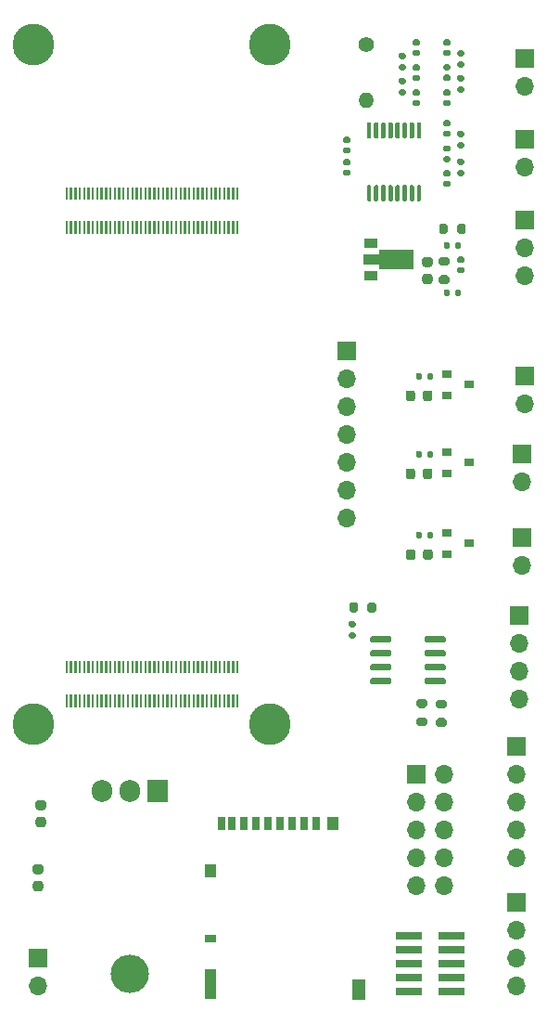
<source format=gbr>
%TF.GenerationSoftware,KiCad,Pcbnew,(5.1.9-0-10_14)*%
%TF.CreationDate,2021-11-19T16:31:04+01:00*%
%TF.ProjectId,Silviaduino,53696c76-6961-4647-9569-6e6f2e6b6963,rev?*%
%TF.SameCoordinates,Original*%
%TF.FileFunction,Soldermask,Top*%
%TF.FilePolarity,Negative*%
%FSLAX46Y46*%
G04 Gerber Fmt 4.6, Leading zero omitted, Abs format (unit mm)*
G04 Created by KiCad (PCBNEW (5.1.9-0-10_14)) date 2021-11-19 16:31:04*
%MOMM*%
%LPD*%
G01*
G04 APERTURE LIST*
%ADD10C,0.100000*%
%ADD11C,3.800000*%
%ADD12R,1.300000X0.900000*%
%ADD13O,1.905000X2.000000*%
%ADD14R,1.905000X2.000000*%
%ADD15O,3.500000X3.500000*%
%ADD16O,1.400000X1.400000*%
%ADD17C,1.400000*%
%ADD18R,0.900000X0.800000*%
%ADD19R,2.400000X0.740000*%
%ADD20R,1.300000X1.900000*%
%ADD21R,1.000000X2.800000*%
%ADD22R,1.000000X0.800000*%
%ADD23R,1.000000X1.200000*%
%ADD24R,0.700000X1.200000*%
%ADD25O,1.700000X1.700000*%
%ADD26R,1.700000X1.700000*%
G04 APERTURE END LIST*
%TO.C,R18*%
G36*
G01*
X170455000Y-63329000D02*
X169905000Y-63329000D01*
G75*
G02*
X169705000Y-63129000I0J200000D01*
G01*
X169705000Y-62729000D01*
G75*
G02*
X169905000Y-62529000I200000J0D01*
G01*
X170455000Y-62529000D01*
G75*
G02*
X170655000Y-62729000I0J-200000D01*
G01*
X170655000Y-63129000D01*
G75*
G02*
X170455000Y-63329000I-200000J0D01*
G01*
G37*
G36*
G01*
X170455000Y-64979000D02*
X169905000Y-64979000D01*
G75*
G02*
X169705000Y-64779000I0J200000D01*
G01*
X169705000Y-64379000D01*
G75*
G02*
X169905000Y-64179000I200000J0D01*
G01*
X170455000Y-64179000D01*
G75*
G02*
X170655000Y-64379000I0J-200000D01*
G01*
X170655000Y-64779000D01*
G75*
G02*
X170455000Y-64979000I-200000J0D01*
G01*
G37*
%TD*%
%TO.C,R17*%
G36*
G01*
X170700000Y-65601000D02*
X170700000Y-65971000D01*
G75*
G02*
X170565000Y-66106000I-135000J0D01*
G01*
X170295000Y-66106000D01*
G75*
G02*
X170160000Y-65971000I0J135000D01*
G01*
X170160000Y-65601000D01*
G75*
G02*
X170295000Y-65466000I135000J0D01*
G01*
X170565000Y-65466000D01*
G75*
G02*
X170700000Y-65601000I0J-135000D01*
G01*
G37*
G36*
G01*
X171720000Y-65601000D02*
X171720000Y-65971000D01*
G75*
G02*
X171585000Y-66106000I-135000J0D01*
G01*
X171315000Y-66106000D01*
G75*
G02*
X171180000Y-65971000I0J135000D01*
G01*
X171180000Y-65601000D01*
G75*
G02*
X171315000Y-65466000I135000J0D01*
G01*
X171585000Y-65466000D01*
G75*
G02*
X171720000Y-65601000I0J-135000D01*
G01*
G37*
%TD*%
%TO.C,C15*%
G36*
G01*
X171874000Y-63046000D02*
X171534000Y-63046000D01*
G75*
G02*
X171394000Y-62906000I0J140000D01*
G01*
X171394000Y-62626000D01*
G75*
G02*
X171534000Y-62486000I140000J0D01*
G01*
X171874000Y-62486000D01*
G75*
G02*
X172014000Y-62626000I0J-140000D01*
G01*
X172014000Y-62906000D01*
G75*
G02*
X171874000Y-63046000I-140000J0D01*
G01*
G37*
G36*
G01*
X171874000Y-64006000D02*
X171534000Y-64006000D01*
G75*
G02*
X171394000Y-63866000I0J140000D01*
G01*
X171394000Y-63586000D01*
G75*
G02*
X171534000Y-63446000I140000J0D01*
G01*
X171874000Y-63446000D01*
G75*
G02*
X172014000Y-63586000I0J-140000D01*
G01*
X172014000Y-63866000D01*
G75*
G02*
X171874000Y-64006000I-140000J0D01*
G01*
G37*
%TD*%
%TO.C,R9*%
G36*
G01*
X170201000Y-103715000D02*
X169651000Y-103715000D01*
G75*
G02*
X169451000Y-103515000I0J200000D01*
G01*
X169451000Y-103115000D01*
G75*
G02*
X169651000Y-102915000I200000J0D01*
G01*
X170201000Y-102915000D01*
G75*
G02*
X170401000Y-103115000I0J-200000D01*
G01*
X170401000Y-103515000D01*
G75*
G02*
X170201000Y-103715000I-200000J0D01*
G01*
G37*
G36*
G01*
X170201000Y-105365000D02*
X169651000Y-105365000D01*
G75*
G02*
X169451000Y-105165000I0J200000D01*
G01*
X169451000Y-104765000D01*
G75*
G02*
X169651000Y-104565000I200000J0D01*
G01*
X170201000Y-104565000D01*
G75*
G02*
X170401000Y-104765000I0J-200000D01*
G01*
X170401000Y-105165000D01*
G75*
G02*
X170201000Y-105365000I-200000J0D01*
G01*
G37*
%TD*%
%TO.C,R8*%
G36*
G01*
X167873000Y-104502000D02*
X168423000Y-104502000D01*
G75*
G02*
X168623000Y-104702000I0J-200000D01*
G01*
X168623000Y-105102000D01*
G75*
G02*
X168423000Y-105302000I-200000J0D01*
G01*
X167873000Y-105302000D01*
G75*
G02*
X167673000Y-105102000I0J200000D01*
G01*
X167673000Y-104702000D01*
G75*
G02*
X167873000Y-104502000I200000J0D01*
G01*
G37*
G36*
G01*
X167873000Y-102852000D02*
X168423000Y-102852000D01*
G75*
G02*
X168623000Y-103052000I0J-200000D01*
G01*
X168623000Y-103452000D01*
G75*
G02*
X168423000Y-103652000I-200000J0D01*
G01*
X167873000Y-103652000D01*
G75*
G02*
X167673000Y-103452000I0J200000D01*
G01*
X167673000Y-103052000D01*
G75*
G02*
X167873000Y-102852000I200000J0D01*
G01*
G37*
%TD*%
%TO.C,R6*%
G36*
G01*
X163176000Y-94763000D02*
X163176000Y-94213000D01*
G75*
G02*
X163376000Y-94013000I200000J0D01*
G01*
X163776000Y-94013000D01*
G75*
G02*
X163976000Y-94213000I0J-200000D01*
G01*
X163976000Y-94763000D01*
G75*
G02*
X163776000Y-94963000I-200000J0D01*
G01*
X163376000Y-94963000D01*
G75*
G02*
X163176000Y-94763000I0J200000D01*
G01*
G37*
G36*
G01*
X161526000Y-94763000D02*
X161526000Y-94213000D01*
G75*
G02*
X161726000Y-94013000I200000J0D01*
G01*
X162126000Y-94013000D01*
G75*
G02*
X162326000Y-94213000I0J-200000D01*
G01*
X162326000Y-94763000D01*
G75*
G02*
X162126000Y-94963000I-200000J0D01*
G01*
X161726000Y-94963000D01*
G75*
G02*
X161526000Y-94763000I0J200000D01*
G01*
G37*
%TD*%
%TO.C,R5*%
G36*
G01*
X171367000Y-60219000D02*
X171367000Y-59669000D01*
G75*
G02*
X171567000Y-59469000I200000J0D01*
G01*
X171967000Y-59469000D01*
G75*
G02*
X172167000Y-59669000I0J-200000D01*
G01*
X172167000Y-60219000D01*
G75*
G02*
X171967000Y-60419000I-200000J0D01*
G01*
X171567000Y-60419000D01*
G75*
G02*
X171367000Y-60219000I0J200000D01*
G01*
G37*
G36*
G01*
X169717000Y-60219000D02*
X169717000Y-59669000D01*
G75*
G02*
X169917000Y-59469000I200000J0D01*
G01*
X170317000Y-59469000D01*
G75*
G02*
X170517000Y-59669000I0J-200000D01*
G01*
X170517000Y-60219000D01*
G75*
G02*
X170317000Y-60419000I-200000J0D01*
G01*
X169917000Y-60419000D01*
G75*
G02*
X169717000Y-60219000I0J200000D01*
G01*
G37*
%TD*%
%TO.C,C4*%
G36*
G01*
X168906000Y-63429000D02*
X168406000Y-63429000D01*
G75*
G02*
X168181000Y-63204000I0J225000D01*
G01*
X168181000Y-62754000D01*
G75*
G02*
X168406000Y-62529000I225000J0D01*
G01*
X168906000Y-62529000D01*
G75*
G02*
X169131000Y-62754000I0J-225000D01*
G01*
X169131000Y-63204000D01*
G75*
G02*
X168906000Y-63429000I-225000J0D01*
G01*
G37*
G36*
G01*
X168906000Y-64979000D02*
X168406000Y-64979000D01*
G75*
G02*
X168181000Y-64754000I0J225000D01*
G01*
X168181000Y-64304000D01*
G75*
G02*
X168406000Y-64079000I225000J0D01*
G01*
X168906000Y-64079000D01*
G75*
G02*
X169131000Y-64304000I0J-225000D01*
G01*
X169131000Y-64754000D01*
G75*
G02*
X168906000Y-64979000I-225000J0D01*
G01*
G37*
%TD*%
%TO.C,C3*%
G36*
G01*
X133100000Y-113609000D02*
X133600000Y-113609000D01*
G75*
G02*
X133825000Y-113834000I0J-225000D01*
G01*
X133825000Y-114284000D01*
G75*
G02*
X133600000Y-114509000I-225000J0D01*
G01*
X133100000Y-114509000D01*
G75*
G02*
X132875000Y-114284000I0J225000D01*
G01*
X132875000Y-113834000D01*
G75*
G02*
X133100000Y-113609000I225000J0D01*
G01*
G37*
G36*
G01*
X133100000Y-112059000D02*
X133600000Y-112059000D01*
G75*
G02*
X133825000Y-112284000I0J-225000D01*
G01*
X133825000Y-112734000D01*
G75*
G02*
X133600000Y-112959000I-225000J0D01*
G01*
X133100000Y-112959000D01*
G75*
G02*
X132875000Y-112734000I0J225000D01*
G01*
X132875000Y-112284000D01*
G75*
G02*
X133100000Y-112059000I225000J0D01*
G01*
G37*
%TD*%
%TO.C,C2*%
G36*
G01*
X133346000Y-118801000D02*
X132846000Y-118801000D01*
G75*
G02*
X132621000Y-118576000I0J225000D01*
G01*
X132621000Y-118126000D01*
G75*
G02*
X132846000Y-117901000I225000J0D01*
G01*
X133346000Y-117901000D01*
G75*
G02*
X133571000Y-118126000I0J-225000D01*
G01*
X133571000Y-118576000D01*
G75*
G02*
X133346000Y-118801000I-225000J0D01*
G01*
G37*
G36*
G01*
X133346000Y-120351000D02*
X132846000Y-120351000D01*
G75*
G02*
X132621000Y-120126000I0J225000D01*
G01*
X132621000Y-119676000D01*
G75*
G02*
X132846000Y-119451000I225000J0D01*
G01*
X133346000Y-119451000D01*
G75*
G02*
X133571000Y-119676000I0J-225000D01*
G01*
X133571000Y-120126000D01*
G75*
G02*
X133346000Y-120351000I-225000J0D01*
G01*
G37*
%TD*%
%TO.C,U5*%
G36*
G01*
X163433000Y-51723000D02*
X163233000Y-51723000D01*
G75*
G02*
X163133000Y-51623000I0J100000D01*
G01*
X163133000Y-50348000D01*
G75*
G02*
X163233000Y-50248000I100000J0D01*
G01*
X163433000Y-50248000D01*
G75*
G02*
X163533000Y-50348000I0J-100000D01*
G01*
X163533000Y-51623000D01*
G75*
G02*
X163433000Y-51723000I-100000J0D01*
G01*
G37*
G36*
G01*
X164083000Y-51723000D02*
X163883000Y-51723000D01*
G75*
G02*
X163783000Y-51623000I0J100000D01*
G01*
X163783000Y-50348000D01*
G75*
G02*
X163883000Y-50248000I100000J0D01*
G01*
X164083000Y-50248000D01*
G75*
G02*
X164183000Y-50348000I0J-100000D01*
G01*
X164183000Y-51623000D01*
G75*
G02*
X164083000Y-51723000I-100000J0D01*
G01*
G37*
G36*
G01*
X164733000Y-51723000D02*
X164533000Y-51723000D01*
G75*
G02*
X164433000Y-51623000I0J100000D01*
G01*
X164433000Y-50348000D01*
G75*
G02*
X164533000Y-50248000I100000J0D01*
G01*
X164733000Y-50248000D01*
G75*
G02*
X164833000Y-50348000I0J-100000D01*
G01*
X164833000Y-51623000D01*
G75*
G02*
X164733000Y-51723000I-100000J0D01*
G01*
G37*
G36*
G01*
X165383000Y-51723000D02*
X165183000Y-51723000D01*
G75*
G02*
X165083000Y-51623000I0J100000D01*
G01*
X165083000Y-50348000D01*
G75*
G02*
X165183000Y-50248000I100000J0D01*
G01*
X165383000Y-50248000D01*
G75*
G02*
X165483000Y-50348000I0J-100000D01*
G01*
X165483000Y-51623000D01*
G75*
G02*
X165383000Y-51723000I-100000J0D01*
G01*
G37*
G36*
G01*
X166033000Y-51723000D02*
X165833000Y-51723000D01*
G75*
G02*
X165733000Y-51623000I0J100000D01*
G01*
X165733000Y-50348000D01*
G75*
G02*
X165833000Y-50248000I100000J0D01*
G01*
X166033000Y-50248000D01*
G75*
G02*
X166133000Y-50348000I0J-100000D01*
G01*
X166133000Y-51623000D01*
G75*
G02*
X166033000Y-51723000I-100000J0D01*
G01*
G37*
G36*
G01*
X166683000Y-51723000D02*
X166483000Y-51723000D01*
G75*
G02*
X166383000Y-51623000I0J100000D01*
G01*
X166383000Y-50348000D01*
G75*
G02*
X166483000Y-50248000I100000J0D01*
G01*
X166683000Y-50248000D01*
G75*
G02*
X166783000Y-50348000I0J-100000D01*
G01*
X166783000Y-51623000D01*
G75*
G02*
X166683000Y-51723000I-100000J0D01*
G01*
G37*
G36*
G01*
X167333000Y-51723000D02*
X167133000Y-51723000D01*
G75*
G02*
X167033000Y-51623000I0J100000D01*
G01*
X167033000Y-50348000D01*
G75*
G02*
X167133000Y-50248000I100000J0D01*
G01*
X167333000Y-50248000D01*
G75*
G02*
X167433000Y-50348000I0J-100000D01*
G01*
X167433000Y-51623000D01*
G75*
G02*
X167333000Y-51723000I-100000J0D01*
G01*
G37*
G36*
G01*
X167983000Y-51723000D02*
X167783000Y-51723000D01*
G75*
G02*
X167683000Y-51623000I0J100000D01*
G01*
X167683000Y-50348000D01*
G75*
G02*
X167783000Y-50248000I100000J0D01*
G01*
X167983000Y-50248000D01*
G75*
G02*
X168083000Y-50348000I0J-100000D01*
G01*
X168083000Y-51623000D01*
G75*
G02*
X167983000Y-51723000I-100000J0D01*
G01*
G37*
G36*
G01*
X167983000Y-57448000D02*
X167783000Y-57448000D01*
G75*
G02*
X167683000Y-57348000I0J100000D01*
G01*
X167683000Y-56073000D01*
G75*
G02*
X167783000Y-55973000I100000J0D01*
G01*
X167983000Y-55973000D01*
G75*
G02*
X168083000Y-56073000I0J-100000D01*
G01*
X168083000Y-57348000D01*
G75*
G02*
X167983000Y-57448000I-100000J0D01*
G01*
G37*
G36*
G01*
X167333000Y-57448000D02*
X167133000Y-57448000D01*
G75*
G02*
X167033000Y-57348000I0J100000D01*
G01*
X167033000Y-56073000D01*
G75*
G02*
X167133000Y-55973000I100000J0D01*
G01*
X167333000Y-55973000D01*
G75*
G02*
X167433000Y-56073000I0J-100000D01*
G01*
X167433000Y-57348000D01*
G75*
G02*
X167333000Y-57448000I-100000J0D01*
G01*
G37*
G36*
G01*
X166683000Y-57448000D02*
X166483000Y-57448000D01*
G75*
G02*
X166383000Y-57348000I0J100000D01*
G01*
X166383000Y-56073000D01*
G75*
G02*
X166483000Y-55973000I100000J0D01*
G01*
X166683000Y-55973000D01*
G75*
G02*
X166783000Y-56073000I0J-100000D01*
G01*
X166783000Y-57348000D01*
G75*
G02*
X166683000Y-57448000I-100000J0D01*
G01*
G37*
G36*
G01*
X166033000Y-57448000D02*
X165833000Y-57448000D01*
G75*
G02*
X165733000Y-57348000I0J100000D01*
G01*
X165733000Y-56073000D01*
G75*
G02*
X165833000Y-55973000I100000J0D01*
G01*
X166033000Y-55973000D01*
G75*
G02*
X166133000Y-56073000I0J-100000D01*
G01*
X166133000Y-57348000D01*
G75*
G02*
X166033000Y-57448000I-100000J0D01*
G01*
G37*
G36*
G01*
X165383000Y-57448000D02*
X165183000Y-57448000D01*
G75*
G02*
X165083000Y-57348000I0J100000D01*
G01*
X165083000Y-56073000D01*
G75*
G02*
X165183000Y-55973000I100000J0D01*
G01*
X165383000Y-55973000D01*
G75*
G02*
X165483000Y-56073000I0J-100000D01*
G01*
X165483000Y-57348000D01*
G75*
G02*
X165383000Y-57448000I-100000J0D01*
G01*
G37*
G36*
G01*
X164733000Y-57448000D02*
X164533000Y-57448000D01*
G75*
G02*
X164433000Y-57348000I0J100000D01*
G01*
X164433000Y-56073000D01*
G75*
G02*
X164533000Y-55973000I100000J0D01*
G01*
X164733000Y-55973000D01*
G75*
G02*
X164833000Y-56073000I0J-100000D01*
G01*
X164833000Y-57348000D01*
G75*
G02*
X164733000Y-57448000I-100000J0D01*
G01*
G37*
G36*
G01*
X164083000Y-57448000D02*
X163883000Y-57448000D01*
G75*
G02*
X163783000Y-57348000I0J100000D01*
G01*
X163783000Y-56073000D01*
G75*
G02*
X163883000Y-55973000I100000J0D01*
G01*
X164083000Y-55973000D01*
G75*
G02*
X164183000Y-56073000I0J-100000D01*
G01*
X164183000Y-57348000D01*
G75*
G02*
X164083000Y-57448000I-100000J0D01*
G01*
G37*
G36*
G01*
X163433000Y-57448000D02*
X163233000Y-57448000D01*
G75*
G02*
X163133000Y-57348000I0J100000D01*
G01*
X163133000Y-56073000D01*
G75*
G02*
X163233000Y-55973000I100000J0D01*
G01*
X163433000Y-55973000D01*
G75*
G02*
X163533000Y-56073000I0J-100000D01*
G01*
X163533000Y-57348000D01*
G75*
G02*
X163433000Y-57448000I-100000J0D01*
G01*
G37*
%TD*%
D10*
%TO.C,U4*%
G36*
X135810000Y-56183000D02*
G01*
X135810000Y-57323000D01*
X135610000Y-57323000D01*
X135610000Y-56183000D01*
X135810000Y-56183000D01*
G37*
G36*
X135810000Y-59263000D02*
G01*
X135810000Y-60403000D01*
X135610000Y-60403000D01*
X135610000Y-59263000D01*
X135810000Y-59263000D01*
G37*
G36*
X136210000Y-56183000D02*
G01*
X136210000Y-57323000D01*
X136010000Y-57323000D01*
X136010000Y-56183000D01*
X136210000Y-56183000D01*
G37*
G36*
X136210000Y-59263000D02*
G01*
X136210000Y-60403000D01*
X136010000Y-60403000D01*
X136010000Y-59263000D01*
X136210000Y-59263000D01*
G37*
G36*
X136610000Y-56183000D02*
G01*
X136610000Y-57323000D01*
X136410000Y-57323000D01*
X136410000Y-56183000D01*
X136610000Y-56183000D01*
G37*
G36*
X136610000Y-59263000D02*
G01*
X136610000Y-60403000D01*
X136410000Y-60403000D01*
X136410000Y-59263000D01*
X136610000Y-59263000D01*
G37*
G36*
X137010000Y-56183000D02*
G01*
X137010000Y-57323000D01*
X136810000Y-57323000D01*
X136810000Y-56183000D01*
X137010000Y-56183000D01*
G37*
G36*
X137010000Y-59263000D02*
G01*
X137010000Y-60403000D01*
X136810000Y-60403000D01*
X136810000Y-59263000D01*
X137010000Y-59263000D01*
G37*
G36*
X137410000Y-56183000D02*
G01*
X137410000Y-57323000D01*
X137210000Y-57323000D01*
X137210000Y-56183000D01*
X137410000Y-56183000D01*
G37*
G36*
X137410000Y-59263000D02*
G01*
X137410000Y-60403000D01*
X137210000Y-60403000D01*
X137210000Y-59263000D01*
X137410000Y-59263000D01*
G37*
G36*
X137810000Y-56183000D02*
G01*
X137810000Y-57323000D01*
X137610000Y-57323000D01*
X137610000Y-56183000D01*
X137810000Y-56183000D01*
G37*
G36*
X137810000Y-59263000D02*
G01*
X137810000Y-60403000D01*
X137610000Y-60403000D01*
X137610000Y-59263000D01*
X137810000Y-59263000D01*
G37*
G36*
X138210000Y-56183000D02*
G01*
X138210000Y-57323000D01*
X138010000Y-57323000D01*
X138010000Y-56183000D01*
X138210000Y-56183000D01*
G37*
G36*
X138210000Y-59263000D02*
G01*
X138210000Y-60403000D01*
X138010000Y-60403000D01*
X138010000Y-59263000D01*
X138210000Y-59263000D01*
G37*
G36*
X138610000Y-56183000D02*
G01*
X138610000Y-57323000D01*
X138410000Y-57323000D01*
X138410000Y-56183000D01*
X138610000Y-56183000D01*
G37*
G36*
X138610000Y-59263000D02*
G01*
X138610000Y-60403000D01*
X138410000Y-60403000D01*
X138410000Y-59263000D01*
X138610000Y-59263000D01*
G37*
G36*
X139010000Y-56183000D02*
G01*
X139010000Y-57323000D01*
X138810000Y-57323000D01*
X138810000Y-56183000D01*
X139010000Y-56183000D01*
G37*
G36*
X139010000Y-59263000D02*
G01*
X139010000Y-60403000D01*
X138810000Y-60403000D01*
X138810000Y-59263000D01*
X139010000Y-59263000D01*
G37*
G36*
X139410000Y-56183000D02*
G01*
X139410000Y-57323000D01*
X139210000Y-57323000D01*
X139210000Y-56183000D01*
X139410000Y-56183000D01*
G37*
G36*
X139410000Y-59263000D02*
G01*
X139410000Y-60403000D01*
X139210000Y-60403000D01*
X139210000Y-59263000D01*
X139410000Y-59263000D01*
G37*
G36*
X139810000Y-56183000D02*
G01*
X139810000Y-57323000D01*
X139610000Y-57323000D01*
X139610000Y-56183000D01*
X139810000Y-56183000D01*
G37*
G36*
X139810000Y-59263000D02*
G01*
X139810000Y-60403000D01*
X139610000Y-60403000D01*
X139610000Y-59263000D01*
X139810000Y-59263000D01*
G37*
G36*
X140210000Y-56183000D02*
G01*
X140210000Y-57323000D01*
X140010000Y-57323000D01*
X140010000Y-56183000D01*
X140210000Y-56183000D01*
G37*
G36*
X140210000Y-59263000D02*
G01*
X140210000Y-60403000D01*
X140010000Y-60403000D01*
X140010000Y-59263000D01*
X140210000Y-59263000D01*
G37*
G36*
X140610000Y-56183000D02*
G01*
X140610000Y-57323000D01*
X140410000Y-57323000D01*
X140410000Y-56183000D01*
X140610000Y-56183000D01*
G37*
G36*
X140610000Y-59263000D02*
G01*
X140610000Y-60403000D01*
X140410000Y-60403000D01*
X140410000Y-59263000D01*
X140610000Y-59263000D01*
G37*
G36*
X141010000Y-56183000D02*
G01*
X141010000Y-57323000D01*
X140810000Y-57323000D01*
X140810000Y-56183000D01*
X141010000Y-56183000D01*
G37*
G36*
X141010000Y-59263000D02*
G01*
X141010000Y-60403000D01*
X140810000Y-60403000D01*
X140810000Y-59263000D01*
X141010000Y-59263000D01*
G37*
G36*
X141410000Y-56183000D02*
G01*
X141410000Y-57323000D01*
X141210000Y-57323000D01*
X141210000Y-56183000D01*
X141410000Y-56183000D01*
G37*
G36*
X141410000Y-59263000D02*
G01*
X141410000Y-60403000D01*
X141210000Y-60403000D01*
X141210000Y-59263000D01*
X141410000Y-59263000D01*
G37*
G36*
X141810000Y-56183000D02*
G01*
X141810000Y-57323000D01*
X141610000Y-57323000D01*
X141610000Y-56183000D01*
X141810000Y-56183000D01*
G37*
G36*
X141810000Y-59263000D02*
G01*
X141810000Y-60403000D01*
X141610000Y-60403000D01*
X141610000Y-59263000D01*
X141810000Y-59263000D01*
G37*
G36*
X142210000Y-56183000D02*
G01*
X142210000Y-57323000D01*
X142010000Y-57323000D01*
X142010000Y-56183000D01*
X142210000Y-56183000D01*
G37*
G36*
X142210000Y-59263000D02*
G01*
X142210000Y-60403000D01*
X142010000Y-60403000D01*
X142010000Y-59263000D01*
X142210000Y-59263000D01*
G37*
G36*
X142610000Y-56183000D02*
G01*
X142610000Y-57323000D01*
X142410000Y-57323000D01*
X142410000Y-56183000D01*
X142610000Y-56183000D01*
G37*
G36*
X142610000Y-59263000D02*
G01*
X142610000Y-60403000D01*
X142410000Y-60403000D01*
X142410000Y-59263000D01*
X142610000Y-59263000D01*
G37*
G36*
X143010000Y-56183000D02*
G01*
X143010000Y-57323000D01*
X142810000Y-57323000D01*
X142810000Y-56183000D01*
X143010000Y-56183000D01*
G37*
G36*
X143010000Y-59263000D02*
G01*
X143010000Y-60403000D01*
X142810000Y-60403000D01*
X142810000Y-59263000D01*
X143010000Y-59263000D01*
G37*
G36*
X143410000Y-56183000D02*
G01*
X143410000Y-57323000D01*
X143210000Y-57323000D01*
X143210000Y-56183000D01*
X143410000Y-56183000D01*
G37*
G36*
X143410000Y-59263000D02*
G01*
X143410000Y-60403000D01*
X143210000Y-60403000D01*
X143210000Y-59263000D01*
X143410000Y-59263000D01*
G37*
G36*
X143810000Y-56183000D02*
G01*
X143810000Y-57323000D01*
X143610000Y-57323000D01*
X143610000Y-56183000D01*
X143810000Y-56183000D01*
G37*
G36*
X143810000Y-59263000D02*
G01*
X143810000Y-60403000D01*
X143610000Y-60403000D01*
X143610000Y-59263000D01*
X143810000Y-59263000D01*
G37*
G36*
X144210000Y-56183000D02*
G01*
X144210000Y-57323000D01*
X144010000Y-57323000D01*
X144010000Y-56183000D01*
X144210000Y-56183000D01*
G37*
G36*
X144210000Y-59263000D02*
G01*
X144210000Y-60403000D01*
X144010000Y-60403000D01*
X144010000Y-59263000D01*
X144210000Y-59263000D01*
G37*
G36*
X144610000Y-56183000D02*
G01*
X144610000Y-57323000D01*
X144410000Y-57323000D01*
X144410000Y-56183000D01*
X144610000Y-56183000D01*
G37*
G36*
X144610000Y-59263000D02*
G01*
X144610000Y-60403000D01*
X144410000Y-60403000D01*
X144410000Y-59263000D01*
X144610000Y-59263000D01*
G37*
G36*
X145010000Y-56183000D02*
G01*
X145010000Y-57323000D01*
X144810000Y-57323000D01*
X144810000Y-56183000D01*
X145010000Y-56183000D01*
G37*
G36*
X145010000Y-59263000D02*
G01*
X145010000Y-60403000D01*
X144810000Y-60403000D01*
X144810000Y-59263000D01*
X145010000Y-59263000D01*
G37*
G36*
X145410000Y-56183000D02*
G01*
X145410000Y-57323000D01*
X145210000Y-57323000D01*
X145210000Y-56183000D01*
X145410000Y-56183000D01*
G37*
G36*
X145410000Y-59263000D02*
G01*
X145410000Y-60403000D01*
X145210000Y-60403000D01*
X145210000Y-59263000D01*
X145410000Y-59263000D01*
G37*
G36*
X145810000Y-56183000D02*
G01*
X145810000Y-57323000D01*
X145610000Y-57323000D01*
X145610000Y-56183000D01*
X145810000Y-56183000D01*
G37*
G36*
X145810000Y-59263000D02*
G01*
X145810000Y-60403000D01*
X145610000Y-60403000D01*
X145610000Y-59263000D01*
X145810000Y-59263000D01*
G37*
G36*
X146210000Y-56183000D02*
G01*
X146210000Y-57323000D01*
X146010000Y-57323000D01*
X146010000Y-56183000D01*
X146210000Y-56183000D01*
G37*
G36*
X146210000Y-59263000D02*
G01*
X146210000Y-60403000D01*
X146010000Y-60403000D01*
X146010000Y-59263000D01*
X146210000Y-59263000D01*
G37*
G36*
X146610000Y-56183000D02*
G01*
X146610000Y-57323000D01*
X146410000Y-57323000D01*
X146410000Y-56183000D01*
X146610000Y-56183000D01*
G37*
G36*
X146610000Y-59263000D02*
G01*
X146610000Y-60403000D01*
X146410000Y-60403000D01*
X146410000Y-59263000D01*
X146610000Y-59263000D01*
G37*
G36*
X147010000Y-56183000D02*
G01*
X147010000Y-57323000D01*
X146810000Y-57323000D01*
X146810000Y-56183000D01*
X147010000Y-56183000D01*
G37*
G36*
X147010000Y-59263000D02*
G01*
X147010000Y-60403000D01*
X146810000Y-60403000D01*
X146810000Y-59263000D01*
X147010000Y-59263000D01*
G37*
G36*
X147410000Y-56183000D02*
G01*
X147410000Y-57323000D01*
X147210000Y-57323000D01*
X147210000Y-56183000D01*
X147410000Y-56183000D01*
G37*
G36*
X147410000Y-59263000D02*
G01*
X147410000Y-60403000D01*
X147210000Y-60403000D01*
X147210000Y-59263000D01*
X147410000Y-59263000D01*
G37*
G36*
X147810000Y-56183000D02*
G01*
X147810000Y-57323000D01*
X147610000Y-57323000D01*
X147610000Y-56183000D01*
X147810000Y-56183000D01*
G37*
G36*
X147810000Y-59263000D02*
G01*
X147810000Y-60403000D01*
X147610000Y-60403000D01*
X147610000Y-59263000D01*
X147810000Y-59263000D01*
G37*
G36*
X148210000Y-56183000D02*
G01*
X148210000Y-57323000D01*
X148010000Y-57323000D01*
X148010000Y-56183000D01*
X148210000Y-56183000D01*
G37*
G36*
X148210000Y-59263000D02*
G01*
X148210000Y-60403000D01*
X148010000Y-60403000D01*
X148010000Y-59263000D01*
X148210000Y-59263000D01*
G37*
G36*
X148610000Y-56183000D02*
G01*
X148610000Y-57323000D01*
X148410000Y-57323000D01*
X148410000Y-56183000D01*
X148610000Y-56183000D01*
G37*
G36*
X148610000Y-59263000D02*
G01*
X148610000Y-60403000D01*
X148410000Y-60403000D01*
X148410000Y-59263000D01*
X148610000Y-59263000D01*
G37*
G36*
X149010000Y-56183000D02*
G01*
X149010000Y-57323000D01*
X148810000Y-57323000D01*
X148810000Y-56183000D01*
X149010000Y-56183000D01*
G37*
G36*
X149010000Y-59263000D02*
G01*
X149010000Y-60403000D01*
X148810000Y-60403000D01*
X148810000Y-59263000D01*
X149010000Y-59263000D01*
G37*
G36*
X149410000Y-56183000D02*
G01*
X149410000Y-57323000D01*
X149210000Y-57323000D01*
X149210000Y-56183000D01*
X149410000Y-56183000D01*
G37*
G36*
X149410000Y-59263000D02*
G01*
X149410000Y-60403000D01*
X149210000Y-60403000D01*
X149210000Y-59263000D01*
X149410000Y-59263000D01*
G37*
G36*
X149810000Y-56183000D02*
G01*
X149810000Y-57323000D01*
X149610000Y-57323000D01*
X149610000Y-56183000D01*
X149810000Y-56183000D01*
G37*
G36*
X149810000Y-59263000D02*
G01*
X149810000Y-60403000D01*
X149610000Y-60403000D01*
X149610000Y-59263000D01*
X149810000Y-59263000D01*
G37*
G36*
X150210000Y-56183000D02*
G01*
X150210000Y-57323000D01*
X150010000Y-57323000D01*
X150010000Y-56183000D01*
X150210000Y-56183000D01*
G37*
G36*
X150210000Y-59263000D02*
G01*
X150210000Y-60403000D01*
X150010000Y-60403000D01*
X150010000Y-59263000D01*
X150210000Y-59263000D01*
G37*
G36*
X150610000Y-56183000D02*
G01*
X150610000Y-57323000D01*
X150410000Y-57323000D01*
X150410000Y-56183000D01*
X150610000Y-56183000D01*
G37*
G36*
X150610000Y-59263000D02*
G01*
X150610000Y-60403000D01*
X150410000Y-60403000D01*
X150410000Y-59263000D01*
X150610000Y-59263000D01*
G37*
G36*
X151010000Y-56183000D02*
G01*
X151010000Y-57323000D01*
X150810000Y-57323000D01*
X150810000Y-56183000D01*
X151010000Y-56183000D01*
G37*
G36*
X151010000Y-59263000D02*
G01*
X151010000Y-60403000D01*
X150810000Y-60403000D01*
X150810000Y-59263000D01*
X151010000Y-59263000D01*
G37*
G36*
X151410000Y-56183000D02*
G01*
X151410000Y-57323000D01*
X151210000Y-57323000D01*
X151210000Y-56183000D01*
X151410000Y-56183000D01*
G37*
G36*
X135810000Y-99363000D02*
G01*
X135810000Y-100503000D01*
X135610000Y-100503000D01*
X135610000Y-99363000D01*
X135810000Y-99363000D01*
G37*
G36*
X135810000Y-102443000D02*
G01*
X135810000Y-103583000D01*
X135610000Y-103583000D01*
X135610000Y-102443000D01*
X135810000Y-102443000D01*
G37*
G36*
X136210000Y-99363000D02*
G01*
X136210000Y-100503000D01*
X136010000Y-100503000D01*
X136010000Y-99363000D01*
X136210000Y-99363000D01*
G37*
G36*
X136210000Y-102443000D02*
G01*
X136210000Y-103583000D01*
X136010000Y-103583000D01*
X136010000Y-102443000D01*
X136210000Y-102443000D01*
G37*
G36*
X136610000Y-99363000D02*
G01*
X136610000Y-100503000D01*
X136410000Y-100503000D01*
X136410000Y-99363000D01*
X136610000Y-99363000D01*
G37*
G36*
X136610000Y-102443000D02*
G01*
X136610000Y-103583000D01*
X136410000Y-103583000D01*
X136410000Y-102443000D01*
X136610000Y-102443000D01*
G37*
G36*
X137010000Y-99363000D02*
G01*
X137010000Y-100503000D01*
X136810000Y-100503000D01*
X136810000Y-99363000D01*
X137010000Y-99363000D01*
G37*
G36*
X137010000Y-102443000D02*
G01*
X137010000Y-103583000D01*
X136810000Y-103583000D01*
X136810000Y-102443000D01*
X137010000Y-102443000D01*
G37*
G36*
X137410000Y-99363000D02*
G01*
X137410000Y-100503000D01*
X137210000Y-100503000D01*
X137210000Y-99363000D01*
X137410000Y-99363000D01*
G37*
G36*
X137410000Y-102443000D02*
G01*
X137410000Y-103583000D01*
X137210000Y-103583000D01*
X137210000Y-102443000D01*
X137410000Y-102443000D01*
G37*
G36*
X137810000Y-99363000D02*
G01*
X137810000Y-100503000D01*
X137610000Y-100503000D01*
X137610000Y-99363000D01*
X137810000Y-99363000D01*
G37*
G36*
X137810000Y-102443000D02*
G01*
X137810000Y-103583000D01*
X137610000Y-103583000D01*
X137610000Y-102443000D01*
X137810000Y-102443000D01*
G37*
G36*
X138210000Y-99363000D02*
G01*
X138210000Y-100503000D01*
X138010000Y-100503000D01*
X138010000Y-99363000D01*
X138210000Y-99363000D01*
G37*
G36*
X138210000Y-102443000D02*
G01*
X138210000Y-103583000D01*
X138010000Y-103583000D01*
X138010000Y-102443000D01*
X138210000Y-102443000D01*
G37*
G36*
X138610000Y-99363000D02*
G01*
X138610000Y-100503000D01*
X138410000Y-100503000D01*
X138410000Y-99363000D01*
X138610000Y-99363000D01*
G37*
G36*
X138610000Y-102443000D02*
G01*
X138610000Y-103583000D01*
X138410000Y-103583000D01*
X138410000Y-102443000D01*
X138610000Y-102443000D01*
G37*
G36*
X139010000Y-99363000D02*
G01*
X139010000Y-100503000D01*
X138810000Y-100503000D01*
X138810000Y-99363000D01*
X139010000Y-99363000D01*
G37*
G36*
X139010000Y-102443000D02*
G01*
X139010000Y-103583000D01*
X138810000Y-103583000D01*
X138810000Y-102443000D01*
X139010000Y-102443000D01*
G37*
G36*
X139410000Y-99363000D02*
G01*
X139410000Y-100503000D01*
X139210000Y-100503000D01*
X139210000Y-99363000D01*
X139410000Y-99363000D01*
G37*
G36*
X139410000Y-102443000D02*
G01*
X139410000Y-103583000D01*
X139210000Y-103583000D01*
X139210000Y-102443000D01*
X139410000Y-102443000D01*
G37*
G36*
X139810000Y-99363000D02*
G01*
X139810000Y-100503000D01*
X139610000Y-100503000D01*
X139610000Y-99363000D01*
X139810000Y-99363000D01*
G37*
G36*
X139810000Y-102443000D02*
G01*
X139810000Y-103583000D01*
X139610000Y-103583000D01*
X139610000Y-102443000D01*
X139810000Y-102443000D01*
G37*
G36*
X140210000Y-99363000D02*
G01*
X140210000Y-100503000D01*
X140010000Y-100503000D01*
X140010000Y-99363000D01*
X140210000Y-99363000D01*
G37*
G36*
X140210000Y-102443000D02*
G01*
X140210000Y-103583000D01*
X140010000Y-103583000D01*
X140010000Y-102443000D01*
X140210000Y-102443000D01*
G37*
G36*
X140610000Y-99363000D02*
G01*
X140610000Y-100503000D01*
X140410000Y-100503000D01*
X140410000Y-99363000D01*
X140610000Y-99363000D01*
G37*
G36*
X140610000Y-102443000D02*
G01*
X140610000Y-103583000D01*
X140410000Y-103583000D01*
X140410000Y-102443000D01*
X140610000Y-102443000D01*
G37*
G36*
X141010000Y-99363000D02*
G01*
X141010000Y-100503000D01*
X140810000Y-100503000D01*
X140810000Y-99363000D01*
X141010000Y-99363000D01*
G37*
G36*
X141010000Y-102443000D02*
G01*
X141010000Y-103583000D01*
X140810000Y-103583000D01*
X140810000Y-102443000D01*
X141010000Y-102443000D01*
G37*
G36*
X141410000Y-99363000D02*
G01*
X141410000Y-100503000D01*
X141210000Y-100503000D01*
X141210000Y-99363000D01*
X141410000Y-99363000D01*
G37*
G36*
X141410000Y-102443000D02*
G01*
X141410000Y-103583000D01*
X141210000Y-103583000D01*
X141210000Y-102443000D01*
X141410000Y-102443000D01*
G37*
G36*
X141810000Y-99363000D02*
G01*
X141810000Y-100503000D01*
X141610000Y-100503000D01*
X141610000Y-99363000D01*
X141810000Y-99363000D01*
G37*
G36*
X141810000Y-102443000D02*
G01*
X141810000Y-103583000D01*
X141610000Y-103583000D01*
X141610000Y-102443000D01*
X141810000Y-102443000D01*
G37*
G36*
X142210000Y-99363000D02*
G01*
X142210000Y-100503000D01*
X142010000Y-100503000D01*
X142010000Y-99363000D01*
X142210000Y-99363000D01*
G37*
G36*
X142210000Y-102443000D02*
G01*
X142210000Y-103583000D01*
X142010000Y-103583000D01*
X142010000Y-102443000D01*
X142210000Y-102443000D01*
G37*
G36*
X142610000Y-99363000D02*
G01*
X142610000Y-100503000D01*
X142410000Y-100503000D01*
X142410000Y-99363000D01*
X142610000Y-99363000D01*
G37*
G36*
X142610000Y-102443000D02*
G01*
X142610000Y-103583000D01*
X142410000Y-103583000D01*
X142410000Y-102443000D01*
X142610000Y-102443000D01*
G37*
G36*
X143010000Y-99363000D02*
G01*
X143010000Y-100503000D01*
X142810000Y-100503000D01*
X142810000Y-99363000D01*
X143010000Y-99363000D01*
G37*
G36*
X143010000Y-102443000D02*
G01*
X143010000Y-103583000D01*
X142810000Y-103583000D01*
X142810000Y-102443000D01*
X143010000Y-102443000D01*
G37*
G36*
X143410000Y-99363000D02*
G01*
X143410000Y-100503000D01*
X143210000Y-100503000D01*
X143210000Y-99363000D01*
X143410000Y-99363000D01*
G37*
G36*
X143410000Y-102443000D02*
G01*
X143410000Y-103583000D01*
X143210000Y-103583000D01*
X143210000Y-102443000D01*
X143410000Y-102443000D01*
G37*
G36*
X143810000Y-99363000D02*
G01*
X143810000Y-100503000D01*
X143610000Y-100503000D01*
X143610000Y-99363000D01*
X143810000Y-99363000D01*
G37*
G36*
X143810000Y-102443000D02*
G01*
X143810000Y-103583000D01*
X143610000Y-103583000D01*
X143610000Y-102443000D01*
X143810000Y-102443000D01*
G37*
G36*
X144210000Y-99363000D02*
G01*
X144210000Y-100503000D01*
X144010000Y-100503000D01*
X144010000Y-99363000D01*
X144210000Y-99363000D01*
G37*
G36*
X144210000Y-102443000D02*
G01*
X144210000Y-103583000D01*
X144010000Y-103583000D01*
X144010000Y-102443000D01*
X144210000Y-102443000D01*
G37*
G36*
X144610000Y-99363000D02*
G01*
X144610000Y-100503000D01*
X144410000Y-100503000D01*
X144410000Y-99363000D01*
X144610000Y-99363000D01*
G37*
G36*
X144610000Y-102443000D02*
G01*
X144610000Y-103583000D01*
X144410000Y-103583000D01*
X144410000Y-102443000D01*
X144610000Y-102443000D01*
G37*
G36*
X145010000Y-99363000D02*
G01*
X145010000Y-100503000D01*
X144810000Y-100503000D01*
X144810000Y-99363000D01*
X145010000Y-99363000D01*
G37*
G36*
X145010000Y-102443000D02*
G01*
X145010000Y-103583000D01*
X144810000Y-103583000D01*
X144810000Y-102443000D01*
X145010000Y-102443000D01*
G37*
G36*
X145410000Y-99363000D02*
G01*
X145410000Y-100503000D01*
X145210000Y-100503000D01*
X145210000Y-99363000D01*
X145410000Y-99363000D01*
G37*
G36*
X145410000Y-102443000D02*
G01*
X145410000Y-103583000D01*
X145210000Y-103583000D01*
X145210000Y-102443000D01*
X145410000Y-102443000D01*
G37*
G36*
X145810000Y-99363000D02*
G01*
X145810000Y-100503000D01*
X145610000Y-100503000D01*
X145610000Y-99363000D01*
X145810000Y-99363000D01*
G37*
G36*
X145810000Y-102443000D02*
G01*
X145810000Y-103583000D01*
X145610000Y-103583000D01*
X145610000Y-102443000D01*
X145810000Y-102443000D01*
G37*
G36*
X146210000Y-99363000D02*
G01*
X146210000Y-100503000D01*
X146010000Y-100503000D01*
X146010000Y-99363000D01*
X146210000Y-99363000D01*
G37*
G36*
X146210000Y-102443000D02*
G01*
X146210000Y-103583000D01*
X146010000Y-103583000D01*
X146010000Y-102443000D01*
X146210000Y-102443000D01*
G37*
G36*
X146610000Y-99363000D02*
G01*
X146610000Y-100503000D01*
X146410000Y-100503000D01*
X146410000Y-99363000D01*
X146610000Y-99363000D01*
G37*
G36*
X146610000Y-102443000D02*
G01*
X146610000Y-103583000D01*
X146410000Y-103583000D01*
X146410000Y-102443000D01*
X146610000Y-102443000D01*
G37*
G36*
X147010000Y-99363000D02*
G01*
X147010000Y-100503000D01*
X146810000Y-100503000D01*
X146810000Y-99363000D01*
X147010000Y-99363000D01*
G37*
G36*
X147010000Y-102443000D02*
G01*
X147010000Y-103583000D01*
X146810000Y-103583000D01*
X146810000Y-102443000D01*
X147010000Y-102443000D01*
G37*
G36*
X147410000Y-99363000D02*
G01*
X147410000Y-100503000D01*
X147210000Y-100503000D01*
X147210000Y-99363000D01*
X147410000Y-99363000D01*
G37*
G36*
X147410000Y-102443000D02*
G01*
X147410000Y-103583000D01*
X147210000Y-103583000D01*
X147210000Y-102443000D01*
X147410000Y-102443000D01*
G37*
G36*
X147810000Y-99363000D02*
G01*
X147810000Y-100503000D01*
X147610000Y-100503000D01*
X147610000Y-99363000D01*
X147810000Y-99363000D01*
G37*
G36*
X147810000Y-102443000D02*
G01*
X147810000Y-103583000D01*
X147610000Y-103583000D01*
X147610000Y-102443000D01*
X147810000Y-102443000D01*
G37*
G36*
X148210000Y-99363000D02*
G01*
X148210000Y-100503000D01*
X148010000Y-100503000D01*
X148010000Y-99363000D01*
X148210000Y-99363000D01*
G37*
G36*
X148210000Y-102443000D02*
G01*
X148210000Y-103583000D01*
X148010000Y-103583000D01*
X148010000Y-102443000D01*
X148210000Y-102443000D01*
G37*
G36*
X148610000Y-99363000D02*
G01*
X148610000Y-100503000D01*
X148410000Y-100503000D01*
X148410000Y-99363000D01*
X148610000Y-99363000D01*
G37*
G36*
X148610000Y-102443000D02*
G01*
X148610000Y-103583000D01*
X148410000Y-103583000D01*
X148410000Y-102443000D01*
X148610000Y-102443000D01*
G37*
G36*
X149010000Y-99363000D02*
G01*
X149010000Y-100503000D01*
X148810000Y-100503000D01*
X148810000Y-99363000D01*
X149010000Y-99363000D01*
G37*
G36*
X149010000Y-102443000D02*
G01*
X149010000Y-103583000D01*
X148810000Y-103583000D01*
X148810000Y-102443000D01*
X149010000Y-102443000D01*
G37*
G36*
X149410000Y-99363000D02*
G01*
X149410000Y-100503000D01*
X149210000Y-100503000D01*
X149210000Y-99363000D01*
X149410000Y-99363000D01*
G37*
G36*
X149410000Y-102443000D02*
G01*
X149410000Y-103583000D01*
X149210000Y-103583000D01*
X149210000Y-102443000D01*
X149410000Y-102443000D01*
G37*
G36*
X149810000Y-99363000D02*
G01*
X149810000Y-100503000D01*
X149610000Y-100503000D01*
X149610000Y-99363000D01*
X149810000Y-99363000D01*
G37*
G36*
X149810000Y-102443000D02*
G01*
X149810000Y-103583000D01*
X149610000Y-103583000D01*
X149610000Y-102443000D01*
X149810000Y-102443000D01*
G37*
G36*
X150210000Y-99363000D02*
G01*
X150210000Y-100503000D01*
X150010000Y-100503000D01*
X150010000Y-99363000D01*
X150210000Y-99363000D01*
G37*
G36*
X150210000Y-102443000D02*
G01*
X150210000Y-103583000D01*
X150010000Y-103583000D01*
X150010000Y-102443000D01*
X150210000Y-102443000D01*
G37*
G36*
X150610000Y-99363000D02*
G01*
X150610000Y-100503000D01*
X150410000Y-100503000D01*
X150410000Y-99363000D01*
X150610000Y-99363000D01*
G37*
G36*
X150610000Y-102443000D02*
G01*
X150610000Y-103583000D01*
X150410000Y-103583000D01*
X150410000Y-102443000D01*
X150610000Y-102443000D01*
G37*
G36*
X151010000Y-99363000D02*
G01*
X151010000Y-100503000D01*
X150810000Y-100503000D01*
X150810000Y-99363000D01*
X151010000Y-99363000D01*
G37*
G36*
X151010000Y-102443000D02*
G01*
X151010000Y-103583000D01*
X150810000Y-103583000D01*
X150810000Y-102443000D01*
X151010000Y-102443000D01*
G37*
G36*
X151410000Y-99363000D02*
G01*
X151410000Y-100503000D01*
X151210000Y-100503000D01*
X151210000Y-99363000D01*
X151410000Y-99363000D01*
G37*
D11*
X132715000Y-105156000D03*
X154305000Y-105156000D03*
X132715000Y-43180000D03*
X154305000Y-43180000D03*
D10*
G36*
X151410000Y-59263000D02*
G01*
X151410000Y-60403000D01*
X151210000Y-60403000D01*
X151210000Y-59263000D01*
X151410000Y-59263000D01*
G37*
G36*
X151410000Y-102443000D02*
G01*
X151410000Y-103583000D01*
X151210000Y-103583000D01*
X151210000Y-102443000D01*
X151410000Y-102443000D01*
G37*
%TD*%
%TO.C,U3*%
G36*
G01*
X168378000Y-97559000D02*
X168378000Y-97259000D01*
G75*
G02*
X168528000Y-97109000I150000J0D01*
G01*
X170178000Y-97109000D01*
G75*
G02*
X170328000Y-97259000I0J-150000D01*
G01*
X170328000Y-97559000D01*
G75*
G02*
X170178000Y-97709000I-150000J0D01*
G01*
X168528000Y-97709000D01*
G75*
G02*
X168378000Y-97559000I0J150000D01*
G01*
G37*
G36*
G01*
X168378000Y-98829000D02*
X168378000Y-98529000D01*
G75*
G02*
X168528000Y-98379000I150000J0D01*
G01*
X170178000Y-98379000D01*
G75*
G02*
X170328000Y-98529000I0J-150000D01*
G01*
X170328000Y-98829000D01*
G75*
G02*
X170178000Y-98979000I-150000J0D01*
G01*
X168528000Y-98979000D01*
G75*
G02*
X168378000Y-98829000I0J150000D01*
G01*
G37*
G36*
G01*
X168378000Y-100099000D02*
X168378000Y-99799000D01*
G75*
G02*
X168528000Y-99649000I150000J0D01*
G01*
X170178000Y-99649000D01*
G75*
G02*
X170328000Y-99799000I0J-150000D01*
G01*
X170328000Y-100099000D01*
G75*
G02*
X170178000Y-100249000I-150000J0D01*
G01*
X168528000Y-100249000D01*
G75*
G02*
X168378000Y-100099000I0J150000D01*
G01*
G37*
G36*
G01*
X168378000Y-101369000D02*
X168378000Y-101069000D01*
G75*
G02*
X168528000Y-100919000I150000J0D01*
G01*
X170178000Y-100919000D01*
G75*
G02*
X170328000Y-101069000I0J-150000D01*
G01*
X170328000Y-101369000D01*
G75*
G02*
X170178000Y-101519000I-150000J0D01*
G01*
X168528000Y-101519000D01*
G75*
G02*
X168378000Y-101369000I0J150000D01*
G01*
G37*
G36*
G01*
X163428000Y-101369000D02*
X163428000Y-101069000D01*
G75*
G02*
X163578000Y-100919000I150000J0D01*
G01*
X165228000Y-100919000D01*
G75*
G02*
X165378000Y-101069000I0J-150000D01*
G01*
X165378000Y-101369000D01*
G75*
G02*
X165228000Y-101519000I-150000J0D01*
G01*
X163578000Y-101519000D01*
G75*
G02*
X163428000Y-101369000I0J150000D01*
G01*
G37*
G36*
G01*
X163428000Y-100099000D02*
X163428000Y-99799000D01*
G75*
G02*
X163578000Y-99649000I150000J0D01*
G01*
X165228000Y-99649000D01*
G75*
G02*
X165378000Y-99799000I0J-150000D01*
G01*
X165378000Y-100099000D01*
G75*
G02*
X165228000Y-100249000I-150000J0D01*
G01*
X163578000Y-100249000D01*
G75*
G02*
X163428000Y-100099000I0J150000D01*
G01*
G37*
G36*
G01*
X163428000Y-98829000D02*
X163428000Y-98529000D01*
G75*
G02*
X163578000Y-98379000I150000J0D01*
G01*
X165228000Y-98379000D01*
G75*
G02*
X165378000Y-98529000I0J-150000D01*
G01*
X165378000Y-98829000D01*
G75*
G02*
X165228000Y-98979000I-150000J0D01*
G01*
X163578000Y-98979000D01*
G75*
G02*
X163428000Y-98829000I0J150000D01*
G01*
G37*
G36*
G01*
X163428000Y-97559000D02*
X163428000Y-97259000D01*
G75*
G02*
X163578000Y-97109000I150000J0D01*
G01*
X165228000Y-97109000D01*
G75*
G02*
X165378000Y-97259000I0J-150000D01*
G01*
X165378000Y-97559000D01*
G75*
G02*
X165228000Y-97709000I-150000J0D01*
G01*
X163578000Y-97709000D01*
G75*
G02*
X163428000Y-97559000I0J150000D01*
G01*
G37*
%TD*%
%TO.C,U2*%
G36*
X167400000Y-63604500D02*
G01*
X164275000Y-63604500D01*
X164275000Y-63188000D01*
X162800000Y-63188000D01*
X162800000Y-62288000D01*
X164275000Y-62288000D01*
X164275000Y-61871500D01*
X167400000Y-61871500D01*
X167400000Y-63604500D01*
G37*
D12*
X163450000Y-64238000D03*
X163450000Y-61238000D03*
%TD*%
D13*
%TO.C,U1*%
X138938000Y-111252000D03*
X141478000Y-111252000D03*
D14*
X144018000Y-111252000D03*
D15*
X141478000Y-127912000D03*
%TD*%
%TO.C,R16*%
G36*
G01*
X166185000Y-44944000D02*
X166555000Y-44944000D01*
G75*
G02*
X166690000Y-45079000I0J-135000D01*
G01*
X166690000Y-45349000D01*
G75*
G02*
X166555000Y-45484000I-135000J0D01*
G01*
X166185000Y-45484000D01*
G75*
G02*
X166050000Y-45349000I0J135000D01*
G01*
X166050000Y-45079000D01*
G75*
G02*
X166185000Y-44944000I135000J0D01*
G01*
G37*
G36*
G01*
X166185000Y-43924000D02*
X166555000Y-43924000D01*
G75*
G02*
X166690000Y-44059000I0J-135000D01*
G01*
X166690000Y-44329000D01*
G75*
G02*
X166555000Y-44464000I-135000J0D01*
G01*
X166185000Y-44464000D01*
G75*
G02*
X166050000Y-44329000I0J135000D01*
G01*
X166050000Y-44059000D01*
G75*
G02*
X166185000Y-43924000I135000J0D01*
G01*
G37*
%TD*%
D16*
%TO.C,R15*%
X163068000Y-48260000D03*
D17*
X163068000Y-43180000D03*
%TD*%
%TO.C,R14*%
G36*
G01*
X166555000Y-46750000D02*
X166185000Y-46750000D01*
G75*
G02*
X166050000Y-46615000I0J135000D01*
G01*
X166050000Y-46345000D01*
G75*
G02*
X166185000Y-46210000I135000J0D01*
G01*
X166555000Y-46210000D01*
G75*
G02*
X166690000Y-46345000I0J-135000D01*
G01*
X166690000Y-46615000D01*
G75*
G02*
X166555000Y-46750000I-135000J0D01*
G01*
G37*
G36*
G01*
X166555000Y-47770000D02*
X166185000Y-47770000D01*
G75*
G02*
X166050000Y-47635000I0J135000D01*
G01*
X166050000Y-47365000D01*
G75*
G02*
X166185000Y-47230000I135000J0D01*
G01*
X166555000Y-47230000D01*
G75*
G02*
X166690000Y-47365000I0J-135000D01*
G01*
X166690000Y-47635000D01*
G75*
G02*
X166555000Y-47770000I-135000J0D01*
G01*
G37*
%TD*%
%TO.C,R13*%
G36*
G01*
X171889000Y-46496000D02*
X171519000Y-46496000D01*
G75*
G02*
X171384000Y-46361000I0J135000D01*
G01*
X171384000Y-46091000D01*
G75*
G02*
X171519000Y-45956000I135000J0D01*
G01*
X171889000Y-45956000D01*
G75*
G02*
X172024000Y-46091000I0J-135000D01*
G01*
X172024000Y-46361000D01*
G75*
G02*
X171889000Y-46496000I-135000J0D01*
G01*
G37*
G36*
G01*
X171889000Y-47516000D02*
X171519000Y-47516000D01*
G75*
G02*
X171384000Y-47381000I0J135000D01*
G01*
X171384000Y-47111000D01*
G75*
G02*
X171519000Y-46976000I135000J0D01*
G01*
X171889000Y-46976000D01*
G75*
G02*
X172024000Y-47111000I0J-135000D01*
G01*
X172024000Y-47381000D01*
G75*
G02*
X171889000Y-47516000I-135000J0D01*
G01*
G37*
%TD*%
%TO.C,R12*%
G36*
G01*
X171889000Y-54116000D02*
X171519000Y-54116000D01*
G75*
G02*
X171384000Y-53981000I0J135000D01*
G01*
X171384000Y-53711000D01*
G75*
G02*
X171519000Y-53576000I135000J0D01*
G01*
X171889000Y-53576000D01*
G75*
G02*
X172024000Y-53711000I0J-135000D01*
G01*
X172024000Y-53981000D01*
G75*
G02*
X171889000Y-54116000I-135000J0D01*
G01*
G37*
G36*
G01*
X171889000Y-55136000D02*
X171519000Y-55136000D01*
G75*
G02*
X171384000Y-55001000I0J135000D01*
G01*
X171384000Y-54731000D01*
G75*
G02*
X171519000Y-54596000I135000J0D01*
G01*
X171889000Y-54596000D01*
G75*
G02*
X172024000Y-54731000I0J-135000D01*
G01*
X172024000Y-55001000D01*
G75*
G02*
X171889000Y-55136000I-135000J0D01*
G01*
G37*
%TD*%
%TO.C,R11*%
G36*
G01*
X171519000Y-44692000D02*
X171889000Y-44692000D01*
G75*
G02*
X172024000Y-44827000I0J-135000D01*
G01*
X172024000Y-45097000D01*
G75*
G02*
X171889000Y-45232000I-135000J0D01*
G01*
X171519000Y-45232000D01*
G75*
G02*
X171384000Y-45097000I0J135000D01*
G01*
X171384000Y-44827000D01*
G75*
G02*
X171519000Y-44692000I135000J0D01*
G01*
G37*
G36*
G01*
X171519000Y-43672000D02*
X171889000Y-43672000D01*
G75*
G02*
X172024000Y-43807000I0J-135000D01*
G01*
X172024000Y-44077000D01*
G75*
G02*
X171889000Y-44212000I-135000J0D01*
G01*
X171519000Y-44212000D01*
G75*
G02*
X171384000Y-44077000I0J135000D01*
G01*
X171384000Y-43807000D01*
G75*
G02*
X171519000Y-43672000I135000J0D01*
G01*
G37*
%TD*%
%TO.C,R10*%
G36*
G01*
X171519000Y-52056000D02*
X171889000Y-52056000D01*
G75*
G02*
X172024000Y-52191000I0J-135000D01*
G01*
X172024000Y-52461000D01*
G75*
G02*
X171889000Y-52596000I-135000J0D01*
G01*
X171519000Y-52596000D01*
G75*
G02*
X171384000Y-52461000I0J135000D01*
G01*
X171384000Y-52191000D01*
G75*
G02*
X171519000Y-52056000I135000J0D01*
G01*
G37*
G36*
G01*
X171519000Y-51036000D02*
X171889000Y-51036000D01*
G75*
G02*
X172024000Y-51171000I0J-135000D01*
G01*
X172024000Y-51441000D01*
G75*
G02*
X171889000Y-51576000I-135000J0D01*
G01*
X171519000Y-51576000D01*
G75*
G02*
X171384000Y-51441000I0J135000D01*
G01*
X171384000Y-51171000D01*
G75*
G02*
X171519000Y-51036000I135000J0D01*
G01*
G37*
%TD*%
%TO.C,R7*%
G36*
G01*
X161983000Y-96280000D02*
X161613000Y-96280000D01*
G75*
G02*
X161478000Y-96145000I0J135000D01*
G01*
X161478000Y-95875000D01*
G75*
G02*
X161613000Y-95740000I135000J0D01*
G01*
X161983000Y-95740000D01*
G75*
G02*
X162118000Y-95875000I0J-135000D01*
G01*
X162118000Y-96145000D01*
G75*
G02*
X161983000Y-96280000I-135000J0D01*
G01*
G37*
G36*
G01*
X161983000Y-97300000D02*
X161613000Y-97300000D01*
G75*
G02*
X161478000Y-97165000I0J135000D01*
G01*
X161478000Y-96895000D01*
G75*
G02*
X161613000Y-96760000I135000J0D01*
G01*
X161983000Y-96760000D01*
G75*
G02*
X162118000Y-96895000I0J-135000D01*
G01*
X162118000Y-97165000D01*
G75*
G02*
X161983000Y-97300000I-135000J0D01*
G01*
G37*
%TD*%
%TO.C,R4*%
G36*
G01*
X170702000Y-61283000D02*
X170702000Y-61653000D01*
G75*
G02*
X170567000Y-61788000I-135000J0D01*
G01*
X170297000Y-61788000D01*
G75*
G02*
X170162000Y-61653000I0J135000D01*
G01*
X170162000Y-61283000D01*
G75*
G02*
X170297000Y-61148000I135000J0D01*
G01*
X170567000Y-61148000D01*
G75*
G02*
X170702000Y-61283000I0J-135000D01*
G01*
G37*
G36*
G01*
X171722000Y-61283000D02*
X171722000Y-61653000D01*
G75*
G02*
X171587000Y-61788000I-135000J0D01*
G01*
X171317000Y-61788000D01*
G75*
G02*
X171182000Y-61653000I0J135000D01*
G01*
X171182000Y-61283000D01*
G75*
G02*
X171317000Y-61148000I135000J0D01*
G01*
X171587000Y-61148000D01*
G75*
G02*
X171722000Y-61283000I0J-135000D01*
G01*
G37*
%TD*%
%TO.C,R3*%
G36*
G01*
X168162000Y-87699000D02*
X168162000Y-88069000D01*
G75*
G02*
X168027000Y-88204000I-135000J0D01*
G01*
X167757000Y-88204000D01*
G75*
G02*
X167622000Y-88069000I0J135000D01*
G01*
X167622000Y-87699000D01*
G75*
G02*
X167757000Y-87564000I135000J0D01*
G01*
X168027000Y-87564000D01*
G75*
G02*
X168162000Y-87699000I0J-135000D01*
G01*
G37*
G36*
G01*
X169182000Y-87699000D02*
X169182000Y-88069000D01*
G75*
G02*
X169047000Y-88204000I-135000J0D01*
G01*
X168777000Y-88204000D01*
G75*
G02*
X168642000Y-88069000I0J135000D01*
G01*
X168642000Y-87699000D01*
G75*
G02*
X168777000Y-87564000I135000J0D01*
G01*
X169047000Y-87564000D01*
G75*
G02*
X169182000Y-87699000I0J-135000D01*
G01*
G37*
%TD*%
%TO.C,R2*%
G36*
G01*
X168162000Y-80333000D02*
X168162000Y-80703000D01*
G75*
G02*
X168027000Y-80838000I-135000J0D01*
G01*
X167757000Y-80838000D01*
G75*
G02*
X167622000Y-80703000I0J135000D01*
G01*
X167622000Y-80333000D01*
G75*
G02*
X167757000Y-80198000I135000J0D01*
G01*
X168027000Y-80198000D01*
G75*
G02*
X168162000Y-80333000I0J-135000D01*
G01*
G37*
G36*
G01*
X169182000Y-80333000D02*
X169182000Y-80703000D01*
G75*
G02*
X169047000Y-80838000I-135000J0D01*
G01*
X168777000Y-80838000D01*
G75*
G02*
X168642000Y-80703000I0J135000D01*
G01*
X168642000Y-80333000D01*
G75*
G02*
X168777000Y-80198000I135000J0D01*
G01*
X169047000Y-80198000D01*
G75*
G02*
X169182000Y-80333000I0J-135000D01*
G01*
G37*
%TD*%
%TO.C,R1*%
G36*
G01*
X168162000Y-73221000D02*
X168162000Y-73591000D01*
G75*
G02*
X168027000Y-73726000I-135000J0D01*
G01*
X167757000Y-73726000D01*
G75*
G02*
X167622000Y-73591000I0J135000D01*
G01*
X167622000Y-73221000D01*
G75*
G02*
X167757000Y-73086000I135000J0D01*
G01*
X168027000Y-73086000D01*
G75*
G02*
X168162000Y-73221000I0J-135000D01*
G01*
G37*
G36*
G01*
X169182000Y-73221000D02*
X169182000Y-73591000D01*
G75*
G02*
X169047000Y-73726000I-135000J0D01*
G01*
X168777000Y-73726000D01*
G75*
G02*
X168642000Y-73591000I0J135000D01*
G01*
X168642000Y-73221000D01*
G75*
G02*
X168777000Y-73086000I135000J0D01*
G01*
X169047000Y-73086000D01*
G75*
G02*
X169182000Y-73221000I0J-135000D01*
G01*
G37*
%TD*%
D18*
%TO.C,Q3*%
X172450000Y-88646000D03*
X170450000Y-89596000D03*
X170450000Y-87696000D03*
%TD*%
%TO.C,Q2*%
X172450000Y-81280000D03*
X170450000Y-82230000D03*
X170450000Y-80330000D03*
%TD*%
%TO.C,Q1*%
X172466000Y-74168000D03*
X170466000Y-75118000D03*
X170466000Y-73218000D03*
%TD*%
D19*
%TO.C,J14*%
X170860000Y-129540000D03*
X166960000Y-129540000D03*
X170860000Y-128270000D03*
X166960000Y-128270000D03*
X170860000Y-127000000D03*
X166960000Y-127000000D03*
X170860000Y-125730000D03*
X166960000Y-125730000D03*
X170860000Y-124460000D03*
X166960000Y-124460000D03*
%TD*%
D20*
%TO.C,J13*%
X162377000Y-129295000D03*
D21*
X148877000Y-128845000D03*
D22*
X148877000Y-124695000D03*
D23*
X148877000Y-118495000D03*
X160027000Y-114195000D03*
D24*
X151877000Y-114195000D03*
X152977000Y-114195000D03*
X154077000Y-114195000D03*
X155177000Y-114195000D03*
X156277000Y-114195000D03*
X157377000Y-114195000D03*
X158477000Y-114195000D03*
X150777000Y-114195000D03*
X149827000Y-114195000D03*
%TD*%
D25*
%TO.C,J12*%
X133096000Y-129032000D03*
D26*
X133096000Y-126492000D03*
%TD*%
D25*
%TO.C,J11*%
X177038000Y-102870000D03*
X177038000Y-100330000D03*
X177038000Y-97790000D03*
D26*
X177038000Y-95250000D03*
%TD*%
D25*
%TO.C,J10*%
X170180000Y-119888000D03*
X167640000Y-119888000D03*
X170180000Y-117348000D03*
X167640000Y-117348000D03*
X170180000Y-114808000D03*
X167640000Y-114808000D03*
X170180000Y-112268000D03*
X167640000Y-112268000D03*
X170180000Y-109728000D03*
D26*
X167640000Y-109728000D03*
%TD*%
D25*
%TO.C,J9*%
X176784000Y-117348000D03*
X176784000Y-114808000D03*
X176784000Y-112268000D03*
X176784000Y-109728000D03*
D26*
X176784000Y-107188000D03*
%TD*%
D25*
%TO.C,J8*%
X176784000Y-129032000D03*
X176784000Y-126492000D03*
X176784000Y-123952000D03*
D26*
X176784000Y-121412000D03*
%TD*%
D25*
%TO.C,J7*%
X177546000Y-64262000D03*
X177546000Y-61722000D03*
D26*
X177546000Y-59182000D03*
%TD*%
D25*
%TO.C,J6*%
X161290000Y-86360000D03*
X161290000Y-83820000D03*
X161290000Y-81280000D03*
X161290000Y-78740000D03*
X161290000Y-76200000D03*
X161290000Y-73660000D03*
D26*
X161290000Y-71120000D03*
%TD*%
D25*
%TO.C,J5*%
X177292000Y-90678000D03*
D26*
X177292000Y-88138000D03*
%TD*%
D25*
%TO.C,J4*%
X177292000Y-83058000D03*
D26*
X177292000Y-80518000D03*
%TD*%
D25*
%TO.C,J3*%
X177546000Y-75946000D03*
D26*
X177546000Y-73406000D03*
%TD*%
D25*
%TO.C,J2*%
X177546000Y-54356000D03*
D26*
X177546000Y-51816000D03*
%TD*%
D25*
%TO.C,J1*%
X177546000Y-46990000D03*
D26*
X177546000Y-44450000D03*
%TD*%
%TO.C,D3*%
G36*
G01*
X167569500Y-89405750D02*
X167569500Y-89918250D01*
G75*
G02*
X167350750Y-90137000I-218750J0D01*
G01*
X166913250Y-90137000D01*
G75*
G02*
X166694500Y-89918250I0J218750D01*
G01*
X166694500Y-89405750D01*
G75*
G02*
X166913250Y-89187000I218750J0D01*
G01*
X167350750Y-89187000D01*
G75*
G02*
X167569500Y-89405750I0J-218750D01*
G01*
G37*
G36*
G01*
X169144500Y-89405750D02*
X169144500Y-89918250D01*
G75*
G02*
X168925750Y-90137000I-218750J0D01*
G01*
X168488250Y-90137000D01*
G75*
G02*
X168269500Y-89918250I0J218750D01*
G01*
X168269500Y-89405750D01*
G75*
G02*
X168488250Y-89187000I218750J0D01*
G01*
X168925750Y-89187000D01*
G75*
G02*
X169144500Y-89405750I0J-218750D01*
G01*
G37*
%TD*%
%TO.C,D2*%
G36*
G01*
X167544000Y-82039750D02*
X167544000Y-82552250D01*
G75*
G02*
X167325250Y-82771000I-218750J0D01*
G01*
X166887750Y-82771000D01*
G75*
G02*
X166669000Y-82552250I0J218750D01*
G01*
X166669000Y-82039750D01*
G75*
G02*
X166887750Y-81821000I218750J0D01*
G01*
X167325250Y-81821000D01*
G75*
G02*
X167544000Y-82039750I0J-218750D01*
G01*
G37*
G36*
G01*
X169119000Y-82039750D02*
X169119000Y-82552250D01*
G75*
G02*
X168900250Y-82771000I-218750J0D01*
G01*
X168462750Y-82771000D01*
G75*
G02*
X168244000Y-82552250I0J218750D01*
G01*
X168244000Y-82039750D01*
G75*
G02*
X168462750Y-81821000I218750J0D01*
G01*
X168900250Y-81821000D01*
G75*
G02*
X169119000Y-82039750I0J-218750D01*
G01*
G37*
%TD*%
%TO.C,D1*%
G36*
G01*
X167544000Y-74927750D02*
X167544000Y-75440250D01*
G75*
G02*
X167325250Y-75659000I-218750J0D01*
G01*
X166887750Y-75659000D01*
G75*
G02*
X166669000Y-75440250I0J218750D01*
G01*
X166669000Y-74927750D01*
G75*
G02*
X166887750Y-74709000I218750J0D01*
G01*
X167325250Y-74709000D01*
G75*
G02*
X167544000Y-74927750I0J-218750D01*
G01*
G37*
G36*
G01*
X169119000Y-74927750D02*
X169119000Y-75440250D01*
G75*
G02*
X168900250Y-75659000I-218750J0D01*
G01*
X168462750Y-75659000D01*
G75*
G02*
X168244000Y-75440250I0J218750D01*
G01*
X168244000Y-74927750D01*
G75*
G02*
X168462750Y-74709000I218750J0D01*
G01*
X168900250Y-74709000D01*
G75*
G02*
X169119000Y-74927750I0J-218750D01*
G01*
G37*
%TD*%
%TO.C,C14*%
G36*
G01*
X167470000Y-43634000D02*
X167810000Y-43634000D01*
G75*
G02*
X167950000Y-43774000I0J-140000D01*
G01*
X167950000Y-44054000D01*
G75*
G02*
X167810000Y-44194000I-140000J0D01*
G01*
X167470000Y-44194000D01*
G75*
G02*
X167330000Y-44054000I0J140000D01*
G01*
X167330000Y-43774000D01*
G75*
G02*
X167470000Y-43634000I140000J0D01*
G01*
G37*
G36*
G01*
X167470000Y-42674000D02*
X167810000Y-42674000D01*
G75*
G02*
X167950000Y-42814000I0J-140000D01*
G01*
X167950000Y-43094000D01*
G75*
G02*
X167810000Y-43234000I-140000J0D01*
G01*
X167470000Y-43234000D01*
G75*
G02*
X167330000Y-43094000I0J140000D01*
G01*
X167330000Y-42814000D01*
G75*
G02*
X167470000Y-42674000I140000J0D01*
G01*
G37*
%TD*%
%TO.C,C13*%
G36*
G01*
X167470000Y-45920000D02*
X167810000Y-45920000D01*
G75*
G02*
X167950000Y-46060000I0J-140000D01*
G01*
X167950000Y-46340000D01*
G75*
G02*
X167810000Y-46480000I-140000J0D01*
G01*
X167470000Y-46480000D01*
G75*
G02*
X167330000Y-46340000I0J140000D01*
G01*
X167330000Y-46060000D01*
G75*
G02*
X167470000Y-45920000I140000J0D01*
G01*
G37*
G36*
G01*
X167470000Y-44960000D02*
X167810000Y-44960000D01*
G75*
G02*
X167950000Y-45100000I0J-140000D01*
G01*
X167950000Y-45380000D01*
G75*
G02*
X167810000Y-45520000I-140000J0D01*
G01*
X167470000Y-45520000D01*
G75*
G02*
X167330000Y-45380000I0J140000D01*
G01*
X167330000Y-45100000D01*
G75*
G02*
X167470000Y-44960000I140000J0D01*
G01*
G37*
%TD*%
%TO.C,C12*%
G36*
G01*
X167470000Y-48206000D02*
X167810000Y-48206000D01*
G75*
G02*
X167950000Y-48346000I0J-140000D01*
G01*
X167950000Y-48626000D01*
G75*
G02*
X167810000Y-48766000I-140000J0D01*
G01*
X167470000Y-48766000D01*
G75*
G02*
X167330000Y-48626000I0J140000D01*
G01*
X167330000Y-48346000D01*
G75*
G02*
X167470000Y-48206000I140000J0D01*
G01*
G37*
G36*
G01*
X167470000Y-47246000D02*
X167810000Y-47246000D01*
G75*
G02*
X167950000Y-47386000I0J-140000D01*
G01*
X167950000Y-47666000D01*
G75*
G02*
X167810000Y-47806000I-140000J0D01*
G01*
X167470000Y-47806000D01*
G75*
G02*
X167330000Y-47666000I0J140000D01*
G01*
X167330000Y-47386000D01*
G75*
G02*
X167470000Y-47246000I140000J0D01*
G01*
G37*
%TD*%
%TO.C,C11*%
G36*
G01*
X170604000Y-47806000D02*
X170264000Y-47806000D01*
G75*
G02*
X170124000Y-47666000I0J140000D01*
G01*
X170124000Y-47386000D01*
G75*
G02*
X170264000Y-47246000I140000J0D01*
G01*
X170604000Y-47246000D01*
G75*
G02*
X170744000Y-47386000I0J-140000D01*
G01*
X170744000Y-47666000D01*
G75*
G02*
X170604000Y-47806000I-140000J0D01*
G01*
G37*
G36*
G01*
X170604000Y-48766000D02*
X170264000Y-48766000D01*
G75*
G02*
X170124000Y-48626000I0J140000D01*
G01*
X170124000Y-48346000D01*
G75*
G02*
X170264000Y-48206000I140000J0D01*
G01*
X170604000Y-48206000D01*
G75*
G02*
X170744000Y-48346000I0J-140000D01*
G01*
X170744000Y-48626000D01*
G75*
G02*
X170604000Y-48766000I-140000J0D01*
G01*
G37*
%TD*%
%TO.C,C10*%
G36*
G01*
X170604000Y-55172000D02*
X170264000Y-55172000D01*
G75*
G02*
X170124000Y-55032000I0J140000D01*
G01*
X170124000Y-54752000D01*
G75*
G02*
X170264000Y-54612000I140000J0D01*
G01*
X170604000Y-54612000D01*
G75*
G02*
X170744000Y-54752000I0J-140000D01*
G01*
X170744000Y-55032000D01*
G75*
G02*
X170604000Y-55172000I-140000J0D01*
G01*
G37*
G36*
G01*
X170604000Y-56132000D02*
X170264000Y-56132000D01*
G75*
G02*
X170124000Y-55992000I0J140000D01*
G01*
X170124000Y-55712000D01*
G75*
G02*
X170264000Y-55572000I140000J0D01*
G01*
X170604000Y-55572000D01*
G75*
G02*
X170744000Y-55712000I0J-140000D01*
G01*
X170744000Y-55992000D01*
G75*
G02*
X170604000Y-56132000I-140000J0D01*
G01*
G37*
%TD*%
%TO.C,C9*%
G36*
G01*
X161120000Y-52524000D02*
X161460000Y-52524000D01*
G75*
G02*
X161600000Y-52664000I0J-140000D01*
G01*
X161600000Y-52944000D01*
G75*
G02*
X161460000Y-53084000I-140000J0D01*
G01*
X161120000Y-53084000D01*
G75*
G02*
X160980000Y-52944000I0J140000D01*
G01*
X160980000Y-52664000D01*
G75*
G02*
X161120000Y-52524000I140000J0D01*
G01*
G37*
G36*
G01*
X161120000Y-51564000D02*
X161460000Y-51564000D01*
G75*
G02*
X161600000Y-51704000I0J-140000D01*
G01*
X161600000Y-51984000D01*
G75*
G02*
X161460000Y-52124000I-140000J0D01*
G01*
X161120000Y-52124000D01*
G75*
G02*
X160980000Y-51984000I0J140000D01*
G01*
X160980000Y-51704000D01*
G75*
G02*
X161120000Y-51564000I140000J0D01*
G01*
G37*
%TD*%
%TO.C,C8*%
G36*
G01*
X170604000Y-45492000D02*
X170264000Y-45492000D01*
G75*
G02*
X170124000Y-45352000I0J140000D01*
G01*
X170124000Y-45072000D01*
G75*
G02*
X170264000Y-44932000I140000J0D01*
G01*
X170604000Y-44932000D01*
G75*
G02*
X170744000Y-45072000I0J-140000D01*
G01*
X170744000Y-45352000D01*
G75*
G02*
X170604000Y-45492000I-140000J0D01*
G01*
G37*
G36*
G01*
X170604000Y-46452000D02*
X170264000Y-46452000D01*
G75*
G02*
X170124000Y-46312000I0J140000D01*
G01*
X170124000Y-46032000D01*
G75*
G02*
X170264000Y-45892000I140000J0D01*
G01*
X170604000Y-45892000D01*
G75*
G02*
X170744000Y-46032000I0J-140000D01*
G01*
X170744000Y-46312000D01*
G75*
G02*
X170604000Y-46452000I-140000J0D01*
G01*
G37*
%TD*%
%TO.C,C7*%
G36*
G01*
X170604000Y-52914000D02*
X170264000Y-52914000D01*
G75*
G02*
X170124000Y-52774000I0J140000D01*
G01*
X170124000Y-52494000D01*
G75*
G02*
X170264000Y-52354000I140000J0D01*
G01*
X170604000Y-52354000D01*
G75*
G02*
X170744000Y-52494000I0J-140000D01*
G01*
X170744000Y-52774000D01*
G75*
G02*
X170604000Y-52914000I-140000J0D01*
G01*
G37*
G36*
G01*
X170604000Y-53874000D02*
X170264000Y-53874000D01*
G75*
G02*
X170124000Y-53734000I0J140000D01*
G01*
X170124000Y-53454000D01*
G75*
G02*
X170264000Y-53314000I140000J0D01*
G01*
X170604000Y-53314000D01*
G75*
G02*
X170744000Y-53454000I0J-140000D01*
G01*
X170744000Y-53734000D01*
G75*
G02*
X170604000Y-53874000I-140000J0D01*
G01*
G37*
%TD*%
%TO.C,C6*%
G36*
G01*
X170604000Y-43234000D02*
X170264000Y-43234000D01*
G75*
G02*
X170124000Y-43094000I0J140000D01*
G01*
X170124000Y-42814000D01*
G75*
G02*
X170264000Y-42674000I140000J0D01*
G01*
X170604000Y-42674000D01*
G75*
G02*
X170744000Y-42814000I0J-140000D01*
G01*
X170744000Y-43094000D01*
G75*
G02*
X170604000Y-43234000I-140000J0D01*
G01*
G37*
G36*
G01*
X170604000Y-44194000D02*
X170264000Y-44194000D01*
G75*
G02*
X170124000Y-44054000I0J140000D01*
G01*
X170124000Y-43774000D01*
G75*
G02*
X170264000Y-43634000I140000J0D01*
G01*
X170604000Y-43634000D01*
G75*
G02*
X170744000Y-43774000I0J-140000D01*
G01*
X170744000Y-44054000D01*
G75*
G02*
X170604000Y-44194000I-140000J0D01*
G01*
G37*
%TD*%
%TO.C,C5*%
G36*
G01*
X170604000Y-50600000D02*
X170264000Y-50600000D01*
G75*
G02*
X170124000Y-50460000I0J140000D01*
G01*
X170124000Y-50180000D01*
G75*
G02*
X170264000Y-50040000I140000J0D01*
G01*
X170604000Y-50040000D01*
G75*
G02*
X170744000Y-50180000I0J-140000D01*
G01*
X170744000Y-50460000D01*
G75*
G02*
X170604000Y-50600000I-140000J0D01*
G01*
G37*
G36*
G01*
X170604000Y-51560000D02*
X170264000Y-51560000D01*
G75*
G02*
X170124000Y-51420000I0J140000D01*
G01*
X170124000Y-51140000D01*
G75*
G02*
X170264000Y-51000000I140000J0D01*
G01*
X170604000Y-51000000D01*
G75*
G02*
X170744000Y-51140000I0J-140000D01*
G01*
X170744000Y-51420000D01*
G75*
G02*
X170604000Y-51560000I-140000J0D01*
G01*
G37*
%TD*%
%TO.C,C1*%
G36*
G01*
X161460000Y-54156000D02*
X161120000Y-54156000D01*
G75*
G02*
X160980000Y-54016000I0J140000D01*
G01*
X160980000Y-53736000D01*
G75*
G02*
X161120000Y-53596000I140000J0D01*
G01*
X161460000Y-53596000D01*
G75*
G02*
X161600000Y-53736000I0J-140000D01*
G01*
X161600000Y-54016000D01*
G75*
G02*
X161460000Y-54156000I-140000J0D01*
G01*
G37*
G36*
G01*
X161460000Y-55116000D02*
X161120000Y-55116000D01*
G75*
G02*
X160980000Y-54976000I0J140000D01*
G01*
X160980000Y-54696000D01*
G75*
G02*
X161120000Y-54556000I140000J0D01*
G01*
X161460000Y-54556000D01*
G75*
G02*
X161600000Y-54696000I0J-140000D01*
G01*
X161600000Y-54976000D01*
G75*
G02*
X161460000Y-55116000I-140000J0D01*
G01*
G37*
%TD*%
M02*

</source>
